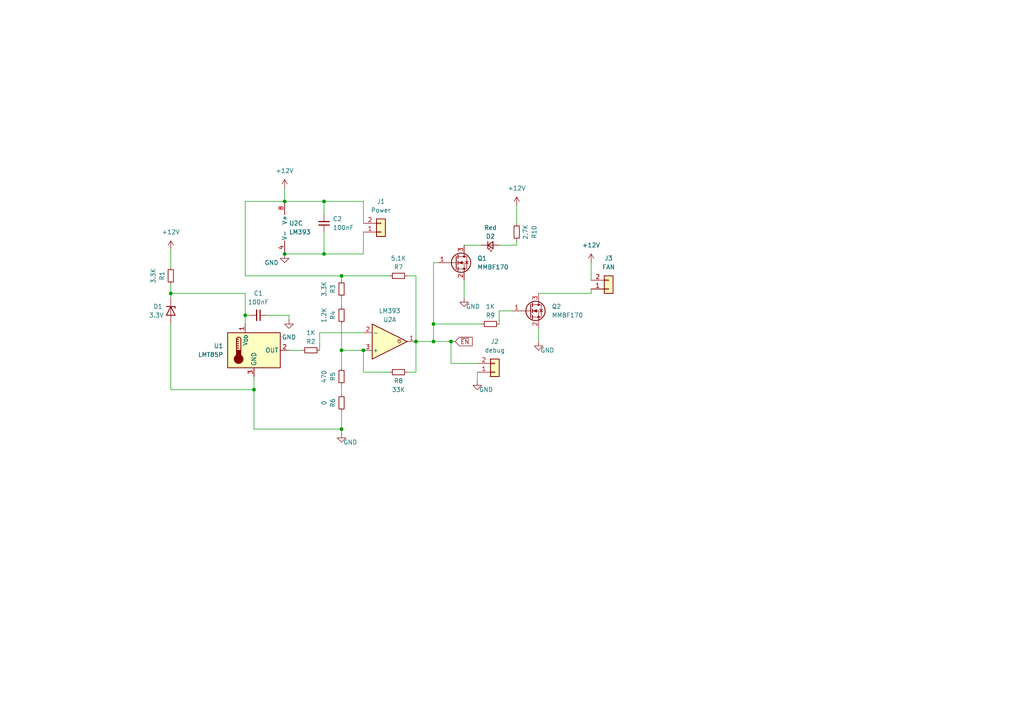
<source format=kicad_sch>
(kicad_sch (version 20230121) (generator eeschema)
  (paper "A4")
  (lib_symbols
    (symbol "Comparator:LM393" (pin_names (offset 0.127))
      (property "Reference" "U" (at 3.81 3.81 0))
      (property "Value" "LM393" (at 6.35 -3.81 0))
      (symbol "LM393_1_1"
        (polyline (pts (xy -5.08 5.08) (xy 5.08 0) (xy -5.08 -5.08) (xy -5.08 5.08)) (stroke (width 0.254)) (fill (type background)))
        (polyline (pts (xy 3.302 -0.508) (xy 2.794 -0.508) (xy 3.302 0) (xy 2.794 0.508) (xy 2.286 0) (xy 2.794 -0.508) (xy 2.286 -0.508)) (stroke (width 0.127)))
        (pin open_collector line (at 7.62 0 180) (length 2.54) (name "~") (number "1"))
        (pin input line (at -7.62 -2.54 0) (length 2.54) (name "-") (number "2"))
        (pin input line (at -7.62 2.54 0) (length 2.54) (name "+") (number "3"))
      )
      (symbol "LM393_2_1"
        (polyline (pts (xy -5.08 5.08) (xy 5.08 0) (xy -5.08 -5.08) (xy -5.08 5.08)) (stroke (width 0.254)) (fill (type background)))
        (polyline (pts (xy 3.302 -0.508) (xy 2.794 -0.508) (xy 3.302 0) (xy 2.794 0.508) (xy 2.286 0) (xy 2.794 -0.508) (xy 2.286 -0.508)) (stroke (width 0.127)))
        (pin input line (at -7.62 2.54 0) (length 2.54) (name "+") (number "5"))
        (pin input line (at -7.62 -2.54 0) (length 2.54) (name "-") (number "6"))
        (pin open_collector line (at 7.62 0 180) (length 2.54) (name "~") (number "7"))
      )
      (symbol "LM393_3_1"
        (pin power_in line (at -2.54 -7.62 90) (length 3.81) (name "V-") (number "4"))
        (pin power_in line (at -2.54 7.62 270) (length 3.81) (name "V+") (number "8"))
      )
    )
    (symbol "Connector_Generic:Conn_01x02" (pin_names (offset 1.016) hide)
      (property "Reference" "J" (at 0 2.54 0))
      (property "Value" "Conn_01x02" (at 0 -5.08 0))
      (symbol "Conn_01x02_1_1"
        (rectangle (start -1.27 -2.413) (end 0 -2.667) (stroke (width 0.1524)))
        (rectangle (start -1.27 0.127) (end 0 -0.127) (stroke (width 0.1524)))
        (rectangle (start -1.27 1.27) (end 1.27 -3.81) (stroke (width 0.254)) (fill (type background)))
        (pin passive line (at -5.08 0 0) (length 3.81) (name "Pin_1") (number "1"))
        (pin passive line (at -5.08 -2.54 0) (length 3.81) (name "Pin_2") (number "2"))
      )
    )
    (symbol "Device:C_Small" (pin_numbers hide) (pin_names (offset 0.254) hide)
      (property "Reference" "C" (at 0.254 1.778 0))
      (property "Value" "C_Small" (at 0.254 -2.032 0))
      (symbol "C_Small_0_1"
        (polyline (pts (xy -1.524 -0.508) (xy 1.524 -0.508)) (stroke (width 0.3302)))
        (polyline (pts (xy -1.524 0.508) (xy 1.524 0.508)) (stroke (width 0.3048)))
      )
      (symbol "C_Small_1_1"
        (pin passive line (at 0 2.54 270) (length 2.032) (name "~") (number "1"))
        (pin passive line (at 0 -2.54 90) (length 2.032) (name "~") (number "2"))
      )
    )
    (symbol "Device:D_Zener" (pin_numbers hide) (pin_names (offset 1.016) hide)
      (property "Reference" "D" (at 0 2.54 0))
      (property "Value" "D_Zener" (at 0 -2.54 0))
      (symbol "D_Zener_0_1"
        (polyline (pts (xy 1.27 0) (xy -1.27 0)))
        (polyline (pts (xy -1.27 -1.27) (xy -1.27 1.27) (xy -0.762 1.27)) (stroke (width 0.254)))
        (polyline (pts (xy 1.27 -1.27) (xy 1.27 1.27) (xy -1.27 0) (xy 1.27 -1.27)) (stroke (width 0.254)))
      )
      (symbol "D_Zener_1_1"
        (pin passive line (at -3.81 0 0) (length 2.54) (name "K") (number "1"))
        (pin passive line (at 3.81 0 180) (length 2.54) (name "A") (number "2"))
      )
    )
    (symbol "Device:LED_Small" (pin_numbers hide) (pin_names (offset 0.254) hide)
      (property "Reference" "D" (at -1.27 3.175 0))
      (property "Value" "LED_Small" (at -4.445 -2.54 0))
      (symbol "LED_Small_0_1"
        (polyline (pts (xy -0.762 -1.016) (xy -0.762 1.016)) (stroke (width 0.254)))
        (polyline (pts (xy 1.016 0) (xy -0.762 0)))
        (polyline (pts (xy 0.762 -1.016) (xy -0.762 0) (xy 0.762 1.016) (xy 0.762 -1.016)) (stroke (width 0.254)))
        (polyline (pts (xy 0 0.762) (xy -0.508 1.27) (xy -0.254 1.27) (xy -0.508 1.27) (xy -0.508 1.016)))
        (polyline (pts (xy 0.508 1.27) (xy 0 1.778) (xy 0.254 1.778) (xy 0 1.778) (xy 0 1.524)))
      )
      (symbol "LED_Small_1_1"
        (pin passive line (at -2.54 0 0) (length 1.778) (name "K") (number "1"))
        (pin passive line (at 2.54 0 180) (length 1.778) (name "A") (number "2"))
      )
    )
    (symbol "Device:R_Small" (pin_numbers hide) (pin_names (offset 0.254) hide)
      (property "Reference" "R" (at 0.762 0.508 0))
      (property "Value" "R_Small" (at 0.762 -1.016 0))
      (symbol "R_Small_0_1"
        (rectangle (start -0.762 1.778) (end 0.762 -1.778) (stroke (width 0.2032)))
      )
      (symbol "R_Small_1_1"
        (pin passive line (at 0 2.54 270) (length 0.762) (name "~") (number "1"))
        (pin passive line (at 0 -2.54 90) (length 0.762) (name "~") (number "2"))
      )
    )
    (symbol "GND_1" (power) (pin_names (offset 0))
      (property "Value" "GND_1" (at 0 -3.81 0))
      (symbol "GND_1_0_1"
        (polyline (pts (xy 0 0) (xy 0 -1.27) (xy 1.27 -1.27) (xy 0 -2.54) (xy -1.27 -1.27) (xy 0 -1.27)))
      )
      (symbol "GND_1_1_1"
        (pin power_in line (at 0 0 270) (length 0) hide (name "GND") (number "1"))
      )
    )
    (symbol "Transistor_FET:MMBF170" (pin_names hide)
      (property "Reference" "Q" (at 5.08 1.905 0))
      (property "Value" "MMBF170" (at 5.08 0 0))
      (symbol "MMBF170_0_1"
        (polyline (pts (xy 0.254 0) (xy -2.54 0)))
        (polyline (pts (xy 0.254 1.905) (xy 0.254 -1.905)) (stroke (width 0.254)))
        (polyline (pts (xy 0.762 -1.27) (xy 0.762 -2.286)) (stroke (width 0.254)))
        (polyline (pts (xy 0.762 0.508) (xy 0.762 -0.508)) (stroke (width 0.254)))
        (polyline (pts (xy 0.762 2.286) (xy 0.762 1.27)) (stroke (width 0.254)))
        (polyline (pts (xy 2.54 2.54) (xy 2.54 1.778)))
        (polyline (pts (xy 2.54 -2.54) (xy 2.54 0) (xy 0.762 0)))
        (polyline (pts (xy 0.762 -1.778) (xy 3.302 -1.778) (xy 3.302 1.778) (xy 0.762 1.778)))
        (polyline (pts (xy 1.016 0) (xy 2.032 0.381) (xy 2.032 -0.381) (xy 1.016 0)) (fill (type outline)))
        (polyline (pts (xy 2.794 0.508) (xy 2.921 0.381) (xy 3.683 0.381) (xy 3.81 0.254)))
        (polyline (pts (xy 3.302 0.381) (xy 2.921 -0.254) (xy 3.683 -0.254) (xy 3.302 0.381)))
        (circle (center 1.651 0) (radius 2.794) (stroke (width 0.254)))
        (circle (center 2.54 -1.778) (radius 0.254) (fill (type outline)))
        (circle (center 2.54 1.778) (radius 0.254) (fill (type outline)))
      )
      (symbol "MMBF170_1_1"
        (pin input line (at -5.08 0 0) (length 2.54) (name "G") (number "1"))
        (pin passive line (at 2.54 -5.08 90) (length 2.54) (name "S") (number "2"))
        (pin passive line (at 2.54 5.08 270) (length 2.54) (name "D") (number "3"))
      )
    )
    (symbol "aib:LMT85P"
      (property "Reference" "U" (at -6.35 6.35 0))
      (property "Value" "LMT85P" (at 5.08 6.35 0))
      (symbol "LMT85P_0_1"
        (rectangle (start -7.62 5.08) (end 7.62 -5.08) (stroke (width 0.254)) (fill (type background)))
        (circle (center -4.445 -2.54) (radius 1.27) (stroke (width 0.254)) (fill (type outline)))
        (rectangle (start -3.81 -1.905) (end -5.08 0) (stroke (width 0.254)) (fill (type outline)))
        (arc (start -3.81 3.175) (mid -4.445 3.8073) (end -5.08 3.175) (stroke (width 0.254)))
        (polyline (pts (xy -5.08 0.635) (xy -4.445 0.635)) (stroke (width 0.254)))
        (polyline (pts (xy -5.08 1.27) (xy -4.445 1.27)) (stroke (width 0.254)))
        (polyline (pts (xy -5.08 1.905) (xy -4.445 1.905)) (stroke (width 0.254)))
        (polyline (pts (xy -5.08 2.54) (xy -4.445 2.54)) (stroke (width 0.254)))
        (polyline (pts (xy -5.08 3.175) (xy -5.08 0)) (stroke (width 0.254)))
        (polyline (pts (xy -5.08 3.175) (xy -4.445 3.175)) (stroke (width 0.254)))
        (polyline (pts (xy -3.81 3.175) (xy -3.81 0)) (stroke (width 0.254)))
      )
      (symbol "LMT85P_1_1"
        (pin power_in line (at -2.54 7.62 270) (length 2.54) (name "V_{DD}") (number "1"))
        (pin output line (at 10.16 0 180) (length 2.54) (name "OUT") (number "2"))
        (pin power_in line (at 0 -7.62 90) (length 2.54) (name "GND") (number "3"))
      )
    )
    (symbol "power:+12V" (power) (pin_names (offset 0))
      (property "Value" "+12V" (at 0 3.556 0))
      (symbol "+12V_0_1"
        (polyline (pts (xy -0.762 1.27) (xy 0 2.54)))
        (polyline (pts (xy 0 0) (xy 0 2.54)))
        (polyline (pts (xy 0 2.54) (xy 0.762 1.27)))
      )
      (symbol "+12V_1_1"
        (pin power_in line (at 0 0 90) (length 0) hide (name "+12V") (number "1"))
      )
    )
  )
  (junction (at 99.06 124.46))
  (junction (at 105.41 101.6))
  (junction (at 49.53 85.09))
  (junction (at 125.73 93.98))
  (junction (at 120.65 99.06))
  (junction (at 99.06 101.6))
  (junction (at 73.66 113.03))
  (junction (at 93.98 73.66))
  (junction (at 82.55 58.42))
  (junction (at 125.73 99.06))
  (junction (at 82.55 73.66))
  (junction (at 71.12 91.44))
  (junction (at 130.81 99.06))
  (junction (at 99.06 80.01))
  (junction (at 93.98 58.42))
  (wire (pts (xy 125.73 76.2) (xy 125.73 93.98)))
  (wire (pts (xy 92.71 101.6) (xy 92.71 96.52)))
  (wire (pts (xy 49.53 85.09) (xy 49.53 86.36)))
  (wire (pts (xy 149.86 71.12) (xy 149.86 69.85)))
  (wire (pts (xy 71.12 85.09) (xy 71.12 91.44)))
  (wire (pts (xy 82.55 54.61) (xy 82.55 58.42)))
  (wire (pts (xy 120.65 99.06) (xy 120.65 107.95)))
  (wire (pts (xy 71.12 58.42) (xy 71.12 80.01)))
  (wire (pts (xy 118.11 80.01) (xy 120.65 80.01)))
  (wire (pts (xy 99.06 93.98) (xy 99.06 101.6)))
  (wire (pts (xy 105.41 73.66) (xy 93.98 73.66)))
  (wire (pts (xy 83.82 91.44) (xy 83.82 92.71)))
  (wire (pts (xy 125.73 99.06) (xy 130.81 99.06)))
  (wire (pts (xy 71.12 93.98) (xy 71.12 91.44)))
  (wire (pts (xy 49.53 93.98) (xy 49.53 113.03)))
  (wire (pts (xy 125.73 93.98) (xy 139.7 93.98)))
  (wire (pts (xy 138.43 105.41) (xy 130.81 105.41)))
  (wire (pts (xy 99.06 111.76) (xy 99.06 114.3)))
  (wire (pts (xy 92.71 96.52) (xy 105.41 96.52)))
  (wire (pts (xy 125.73 93.98) (xy 125.73 99.06)))
  (wire (pts (xy 113.03 107.95) (xy 105.41 107.95)))
  (wire (pts (xy 125.73 76.2) (xy 127 76.2)))
  (wire (pts (xy 49.53 82.55) (xy 49.53 85.09)))
  (wire (pts (xy 73.66 124.46) (xy 73.66 113.03)))
  (wire (pts (xy 73.66 109.22) (xy 73.66 113.03)))
  (wire (pts (xy 99.06 80.01) (xy 99.06 81.28)))
  (wire (pts (xy 93.98 58.42) (xy 82.55 58.42)))
  (wire (pts (xy 156.21 85.09) (xy 171.45 85.09)))
  (wire (pts (xy 144.78 90.17) (xy 148.59 90.17)))
  (wire (pts (xy 99.06 86.36) (xy 99.06 88.9)))
  (wire (pts (xy 120.65 80.01) (xy 120.65 99.06)))
  (wire (pts (xy 71.12 80.01) (xy 99.06 80.01)))
  (wire (pts (xy 73.66 124.46) (xy 99.06 124.46)))
  (wire (pts (xy 144.78 93.98) (xy 144.78 90.17)))
  (wire (pts (xy 49.53 113.03) (xy 73.66 113.03)))
  (wire (pts (xy 99.06 101.6) (xy 99.06 106.68)))
  (wire (pts (xy 156.21 95.25) (xy 156.21 99.06)))
  (wire (pts (xy 99.06 101.6) (xy 105.41 101.6)))
  (wire (pts (xy 120.65 99.06) (xy 125.73 99.06)))
  (wire (pts (xy 93.98 62.23) (xy 93.98 58.42)))
  (wire (pts (xy 71.12 91.44) (xy 72.39 91.44)))
  (wire (pts (xy 134.62 81.28) (xy 134.62 86.36)))
  (wire (pts (xy 105.41 64.77) (xy 105.41 58.42)))
  (wire (pts (xy 83.82 101.6) (xy 87.63 101.6)))
  (wire (pts (xy 49.53 85.09) (xy 71.12 85.09)))
  (wire (pts (xy 118.11 107.95) (xy 120.65 107.95)))
  (wire (pts (xy 171.45 76.2) (xy 171.45 81.28)))
  (wire (pts (xy 134.62 71.12) (xy 139.7 71.12)))
  (wire (pts (xy 82.55 73.66) (xy 93.98 73.66)))
  (wire (pts (xy 99.06 119.38) (xy 99.06 124.46)))
  (wire (pts (xy 49.53 72.39) (xy 49.53 77.47)))
  (wire (pts (xy 82.55 58.42) (xy 71.12 58.42)))
  (wire (pts (xy 171.45 85.09) (xy 171.45 83.82)))
  (wire (pts (xy 105.41 107.95) (xy 105.41 101.6)))
  (wire (pts (xy 149.86 59.69) (xy 149.86 64.77)))
  (wire (pts (xy 99.06 124.46) (xy 99.06 125.73)))
  (wire (pts (xy 93.98 67.31) (xy 93.98 73.66)))
  (wire (pts (xy 144.78 71.12) (xy 149.86 71.12)))
  (wire (pts (xy 105.41 58.42) (xy 93.98 58.42)))
  (wire (pts (xy 130.81 105.41) (xy 130.81 99.06)))
  (wire (pts (xy 99.06 80.01) (xy 113.03 80.01)))
  (wire (pts (xy 130.81 99.06) (xy 132.08 99.06)))
  (wire (pts (xy 77.47 91.44) (xy 83.82 91.44)))
  (wire (pts (xy 105.41 67.31) (xy 105.41 73.66)))
  (wire (pts (xy 138.43 107.95) (xy 138.43 110.49)))
  (global_label "~{EN}" (shape input) (at 132.08 99.06 0) (property "Intersheetrefs" "${INTERSHEET_REFS}" (effects hide)))
  (symbol (lib_id "Device:R_Small") (at 149.86 67.31 0) (unit 1)
    (property "Reference" "R10" (at 154.94 67.31 90))
    (property "Value" "2.7K" (at 152.4 67.31 90))
    (property "Footprint" "Resistor_SMD:R_1206_3216Metric_Pad1.30x1.75mm_HandSolder" (effects hide))
  )
  (symbol (lib_id "power:+12V") (at 149.86 59.69 0) (unit 1)
    (property "Reference" "#PWR08" (effects hide))
    (property "Value" "+12V" (at 149.86 54.61 0))
  )
  (symbol (lib_id "Device:C_Small") (at 74.93 91.44 270) (unit 1)
    (property "Reference" "C1" (at 74.9236 85.09 90))
    (property "Value" "100nF" (at 74.9236 87.63 90))
    (property "Footprint" "Capacitor_SMD:C_0805_2012Metric_Pad1.18x1.45mm_HandSolder" (effects hide))
  )
  (symbol (lib_name "GND_1") (lib_id "power:GND") (at 83.82 92.71 0) (unit 1)
    (property "Reference" "#PWR04" (effects hide))
    (property "Value" "GND" (at 83.82 97.79 0))
  )
  (symbol (lib_name "GND_1") (lib_id "power:GND") (at 99.06 125.73 0) (unit 1)
    (property "Reference" "#PWR05" (effects hide))
    (property "Value" "GND" (at 101.6 128.27 0))
  )
  (symbol (lib_id "Connector_Generic:Conn_01x02") (at 176.53 83.82 0) (mirror x) (unit 1)
    (property "Reference" "J3" (at 176.53 74.93 0))
    (property "Value" "FAN" (at 176.53 77.47 0))
    (property "Footprint" "Connector_PinHeader_2.54mm:PinHeader_1x02_P2.54mm_Vertical" (effects hide))
  )
  (symbol (lib_id "Device:R_Small") (at 142.24 93.98 90) (unit 1)
    (property "Reference" "R9" (at 142.24 91.44 90))
    (property "Value" "1K" (at 142.24 88.9 90))
    (property "Footprint" "Resistor_SMD:R_1206_3216Metric_Pad1.30x1.75mm_HandSolder" (effects hide))
  )
  (symbol (lib_name "GND_1") (lib_id "power:GND") (at 134.62 86.36 0) (unit 1)
    (property "Reference" "#PWR06" (effects hide))
    (property "Value" "GND" (at 137.16 88.9 0))
  )
  (symbol (lib_name "GND_1") (lib_id "power:GND") (at 156.21 99.06 0) (unit 1)
    (property "Reference" "#PWR09" (effects hide))
    (property "Value" "GND" (at 158.75 101.6 0))
  )
  (symbol (lib_id "Connector_Generic:Conn_01x02") (at 110.49 67.31 0) (mirror x) (unit 1)
    (property "Reference" "J1" (at 110.49 58.42 0))
    (property "Value" "Power" (at 110.49 60.96 0))
    (property "Footprint" "Connector_PinHeader_2.54mm:PinHeader_1x02_P2.54mm_Vertical" (effects hide))
  )
  (symbol (lib_id "power:+12V") (at 82.55 54.61 0) (unit 1)
    (property "Reference" "#PWR02" (effects hide))
    (property "Value" "+12V" (at 82.55 49.53 0))
  )
  (symbol (lib_id "Comparator:LM393") (at 85.09 66.04 0) (unit 3)
    (property "Reference" "U2" (at 83.82 64.77 0) (effects (justify left)))
    (property "Value" "LM393" (at 83.82 67.31 0) (effects (justify left)))
    (property "Footprint" "Package_SO:SOIC-8_3.9x4.9mm_P1.27mm" (effects hide))
    (property "Datasheet" "http://www.ti.com/lit/ds/symlink/lm393.pdf" (effects hide))
  )
  (symbol (lib_id "Connector_Generic:Conn_01x02") (at 143.51 107.95 0) (mirror x) (unit 1)
    (property "Reference" "J2" (at 143.51 99.06 0))
    (property "Value" "debug" (at 143.51 101.6 0))
    (property "Footprint" "Connector_PinSocket_1.27mm:PinSocket_1x02_P1.27mm_Vertical" (effects hide))
  )
  (symbol (lib_id "Device:R_Small") (at 99.06 83.82 180) (unit 1)
    (property "Reference" "R3" (at 96.52 83.82 90))
    (property "Value" "3.3K" (at 93.98 83.82 90))
    (property "Footprint" "Resistor_SMD:R_1206_3216Metric_Pad1.30x1.75mm_HandSolder" (effects hide))
  )
  (symbol (lib_id "Device:R_Small") (at 99.06 109.22 180) (unit 1)
    (property "Reference" "R5" (at 96.52 109.22 90))
    (property "Value" "470" (at 93.98 109.22 90))
    (property "Footprint" "Resistor_SMD:R_1206_3216Metric_Pad1.30x1.75mm_HandSolder" (effects hide))
  )
  (symbol (lib_id "Transistor_FET:MMBF170") (at 132.08 76.2 0) (unit 1)
    (property "Reference" "Q1" (at 138.43 74.93 0) (effects (justify left)))
    (property "Value" "MMBF170" (at 138.43 77.47 0) (effects (justify left)))
    (property "Footprint" "Package_TO_SOT_SMD:SOT-23" (effects hide))
    (property "Datasheet" "https://www.diodes.com/assets/Datasheets/ds30104.pdf" (effects hide))
  )
  (symbol (lib_name "GND_1") (lib_id "power:GND") (at 138.43 110.49 0) (unit 1)
    (property "Reference" "#PWR07" (effects hide))
    (property "Value" "GND" (at 140.97 113.03 0))
  )
  (symbol (lib_name "GND_1") (lib_id "power:GND") (at 82.55 73.66 0) (unit 1)
    (property "Reference" "#PWR03" (effects hide))
    (property "Value" "GND" (at 78.74 76.2 0))
  )
  (symbol (lib_id "Device:R_Small") (at 49.53 80.01 180) (unit 1)
    (property "Reference" "R1" (at 46.99 80.01 90))
    (property "Value" "3.3K" (at 44.45 80.01 90))
    (property "Footprint" "Resistor_SMD:R_1206_3216Metric_Pad1.30x1.75mm_HandSolder" (effects hide))
  )
  (symbol (lib_id "power:+12V") (at 171.45 76.2 0) (unit 1)
    (property "Reference" "#PWR010" (effects hide))
    (property "Value" "+12V" (at 171.45 71.12 0))
  )
  (symbol (lib_id "Device:R_Small") (at 99.06 116.84 180) (unit 1)
    (property "Reference" "R6" (at 96.52 116.84 90))
    (property "Value" "0" (at 93.98 116.84 90))
    (property "Footprint" "Resistor_SMD:R_1206_3216Metric_Pad1.30x1.75mm_HandSolder" (effects hide))
  )
  (symbol (lib_id "Device:D_Zener") (at 49.53 90.17 270) (unit 1)
    (property "Reference" "D1" (at 44.45 88.9 90) (effects (justify left)))
    (property "Value" "3.3V" (at 43.18 91.44 90) (effects (justify left)))
    (property "Footprint" "Diode_SMD:D_SOD-123" (effects hide))
  )
  (symbol (lib_id "Comparator:LM393") (at 113.03 99.06 0) (mirror x) (unit 1)
    (property "Reference" "U2" (at 113.03 92.71 0))
    (property "Value" "LM393" (at 113.03 90.17 0))
    (property "Footprint" "Package_SO:SOIC-8_3.9x4.9mm_P1.27mm" (effects hide))
    (property "Datasheet" "http://www.ti.com/lit/ds/symlink/lm393.pdf" (effects hide))
  )
  (symbol (lib_id "aib:LMT85P") (at 73.66 101.6 0) (unit 1)
    (property "Reference" "U1" (at 64.77 100.33 0) (effects (justify right)))
    (property "Value" "LMT85P" (at 64.77 102.87 0) (effects (justify right)))
    (property "Footprint" "Connector_Hirose:Hirose_DF13-03P-1.25DS_1x03_P1.25mm_Horizontal" (effects hide))
    (property "Datasheet" "http://www.ti.com/lit/ds/symlink/lmt85-q1.pdf" (effects hide))
  )
  (symbol (lib_id "Device:R_Small") (at 90.17 101.6 90) (unit 1)
    (property "Reference" "R2" (at 90.17 99.06 90))
    (property "Value" "1K" (at 90.17 96.52 90))
    (property "Footprint" "Resistor_SMD:R_1206_3216Metric_Pad1.30x1.75mm_HandSolder" (effects hide))
  )
  (symbol (lib_id "Device:LED_Small") (at 142.24 71.12 0) (mirror x) (unit 1)
    (property "Reference" "D2" (at 142.24 68.58 0))
    (property "Value" "Red" (at 142.24 66.04 0))
    (property "Footprint" "Diode_SMD:D_1206_3216Metric_Pad1.42x1.75mm_HandSolder" (effects hide))
  )
  (symbol (lib_id "Transistor_FET:MMBF170") (at 153.67 90.17 0) (unit 1)
    (property "Reference" "Q2" (at 160.02 88.9 0) (effects (justify left)))
    (property "Value" "MMBF170" (at 160.02 91.44 0) (effects (justify left)))
    (property "Footprint" "Package_TO_SOT_SMD:SOT-23" (effects hide))
    (property "Datasheet" "https://www.diodes.com/assets/Datasheets/ds30104.pdf" (effects hide))
  )
  (symbol (lib_id "power:+12V") (at 49.53 72.39 0) (unit 1)
    (property "Reference" "#PWR01" (effects hide))
    (property "Value" "+12V" (at 49.53 67.31 0))
  )
  (symbol (lib_id "Device:C_Small") (at 93.98 64.77 180) (unit 1)
    (property "Reference" "C2" (at 96.52 63.4936 0) (effects (justify right)))
    (property "Value" "100nF" (at 96.52 66.0336 0) (effects (justify right)))
    (property "Footprint" "Capacitor_SMD:C_0805_2012Metric_Pad1.18x1.45mm_HandSolder" (effects hide))
  )
  (symbol (lib_id "Device:R_Small") (at 115.57 80.01 90) (unit 1)
    (property "Reference" "R7" (at 115.57 77.47 90))
    (property "Value" "5.1K" (at 115.57 74.93 90))
    (property "Footprint" "Resistor_SMD:R_1206_3216Metric_Pad1.30x1.75mm_HandSolder" (effects hide))
  )
  (symbol (lib_id "Device:R_Small") (at 99.06 91.44 180) (unit 1)
    (property "Reference" "R4" (at 96.52 91.44 90))
    (property "Value" "1.2K" (at 93.98 91.44 90))
    (property "Footprint" "Resistor_SMD:R_1206_3216Metric_Pad1.30x1.75mm_HandSolder" (effects hide))
  )
  (symbol (lib_id "Device:R_Small") (at 115.57 107.95 270) (unit 1)
    (property "Reference" "R8" (at 115.57 110.49 90))
    (property "Value" "33K" (at 115.57 113.03 90))
    (property "Footprint" "Resistor_SMD:R_1206_3216Metric_Pad1.30x1.75mm_HandSolder" (effects hide))
  )
)
</source>
